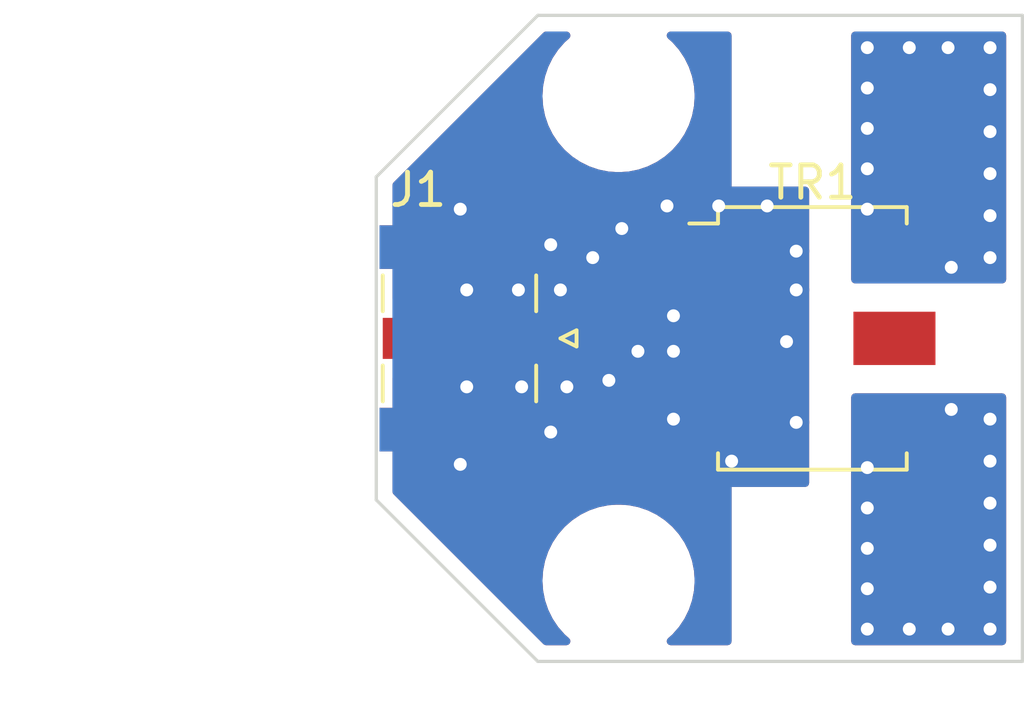
<source format=kicad_pcb>
(kicad_pcb (version 20221018) (generator pcbnew)
  (layers (0 "F.Cu" signal) (31 "B.Cu" signal) (34 "B.Paste" user) (35 "F.Paste" user) (36 "B.SilkS" user "B.Silkscreen") (37 "F.SilkS" user "F.Silkscreen") (38 "B.Mask" user) (39 "F.Mask" user) (44 "Edge.Cuts" user))
  (net 0 "")
  (net 1 "/RF_IN")
  (net 2 "GND")
  (net 3 "/ANT_1")
  (net 5 "/ANT_2")
  (footprint "MountingHole:MountingHole_2.7mm_M2.5" (layer "F.Cu") (at 122.5 87.5)
    (fp_text reference "H1" hide)
    (fp_text value "M2.5")
    (pad "" np_thru_hole circle (at 0 0) (size 2.7 2.7) (drill 2.7) (layers "*.Cu" "*.Mask"))
  )
  (footprint "RF_Mini-Circuits:Mini-Circuits_CD542_H2.84mm" (layer "F.Cu") (at 128.5 95)
    (fp_text reference "TR1" (at 0 -4.826) (layer "F.SilkS"))
    (fp_text value "ADT1.5-1")
    (fp_line (start -2.921 -4.064) (end -2.921 -3.556) (stroke (width 0.12)) (layer "F.SilkS"))
    (fp_line (start -2.921 -3.556) (end -3.81 -3.556) (stroke (width 0.12)) (layer "F.SilkS"))
    (fp_line (start -2.921 3.556) (end -2.921 4.064) (stroke (width 0.12)) (layer "F.SilkS"))
    (fp_line (start -2.921 4.064) (end 2.921 4.064) (stroke (width 0.12)) (layer "F.SilkS"))
    (fp_line (start 2.921 -4.064) (end -2.921 -4.064) (stroke (width 0.12)) (layer "F.SilkS"))
    (fp_line (start 2.921 -3.556) (end 2.921 -4.064) (stroke (width 0.12)) (layer "F.SilkS"))
    (fp_line (start 2.921 4.064) (end 2.921 3.556) (stroke (width 0.12)) (layer "F.SilkS"))
    (pad "1" smd rect (at -2.54 -2.54) (size 2.54 1.65) (layers "F.Cu" "F.Paste" "F.Mask") (net 1 "/RF_IN"))
    (pad "2" smd rect (at -2.54 0) (size 2.54 1.65) (layers "F.Cu" "F.Paste" "F.Mask") (net 2 "GND"))
    (pad "3" smd rect (at -2.54 2.54) (size 2.54 1.65) (layers "F.Cu" "F.Paste" "F.Mask") (net 2 "GND"))
    (pad "4" smd rect (at 2.54 2.54) (size 2.54 1.65) (layers "F.Cu" "F.Paste" "F.Mask") (net 3 "/ANT_1"))
    (pad "5" smd rect (at 2.54 0) (size 2.54 1.65) (layers "F.Cu" "F.Paste" "F.Mask"))
    (pad "6" smd rect (at 2.54 -2.54) (size 2.54 1.65) (layers "F.Cu" "F.Paste" "F.Mask") (net 5 "/ANT_2"))
  )
  (footprint "MountingHole:MountingHole_2.7mm_M2.5" (layer "F.Cu") (at 122.5 102.5)
    (fp_text reference "H2" hide)
    (fp_text value "M2.5")
    (pad "" np_thru_hole circle (at 0 0) (size 2.7 2.7) (drill 2.7) (layers "*.Cu" "*.Mask"))
  )
  (footprint "Repowered_Connectors:SMA_Amphenol_132384_EdgeMount" (layer "F.Cu") (at 117.2 95 -90)
    (fp_text reference "J1" (at -4.6 0.9 -180) (layer "F.SilkS"))
    (fp_text value "Conn_Coaxial")
    (fp_line (start -1.95 -2.75) (end -0.84 -2.75) (stroke (width 0.12)) (layer "F.SilkS"))
    (fp_line (start -1.95 2) (end -0.84 2) (stroke (width 0.12)) (layer "F.SilkS"))
    (fp_line (start -0.25 -4) (end 0 -3.5) (stroke (width 0.12)) (layer "F.SilkS"))
    (fp_line (start 0 -3.5) (end 0.25 -4) (stroke (width 0.12)) (layer "F.SilkS"))
    (fp_line (start 0.25 -4) (end -0.25 -4) (stroke (width 0.12)) (layer "F.SilkS"))
    (fp_line (start 0.84 -2.75) (end 1.95 -2.75) (stroke (width 0.12)) (layer "F.SilkS"))
    (fp_line (start 0.84 2) (end 1.95 2) (stroke (width 0.12)) (layer "F.SilkS"))
    (pad "1" smd rect (at 0 -0.6 270) (size 1.27 5.2) (layers "F.Cu" "F.Paste" "F.Mask") (net 1 "/RF_IN"))
    (pad "2" smd rect (at -2.825 -0.35 270) (size 1.35 4.9) (layers "F.Cu" "F.Paste" "F.Mask") (net 2 "GND"))
    (pad "2" smd rect (at -2.825 -0.35 270) (size 1.35 4.9) (layers "B.Cu" "B.Paste" "B.Mask") (net 2 "GND"))
    (pad "2" smd rect (at 2.825 -0.35 270) (size 1.35 4.9) (layers "F.Cu" "F.Paste" "F.Mask") (net 2 "GND"))
    (pad "2" smd rect (at 2.825 -0.35 270) (size 1.35 4.9) (layers "B.Cu" "B.Paste" "B.Mask") (net 2 "GND"))
  )
  (gr_line (start 120 105) (end 135 105) (stroke (width 0.1)) (layer "Edge.Cuts"))
  (gr_line (start 115 90) (end 115 100) (stroke (width 0.1)) (layer "Edge.Cuts"))
  (gr_line (start 135 85) (end 120 85) (stroke (width 0.1)) (layer "Edge.Cuts"))
  (gr_line (start 135 105) (end 135 85) (stroke (width 0.1)) (layer "Edge.Cuts"))
  (gr_line (start 120 105) (end 115 100) (stroke (width 0.1)) (layer "Edge.Cuts"))
  (gr_line (start 115 90) (end 120 85) (stroke (width 0.1)) (layer "Edge.Cuts"))
  (via (at 120.4 92.1) (size 0.8) (drill 0.4) (layers "F.Cu" "B.Cu") (net 2))
  (via (at 119.4 93.5) (size 0.8) (drill 0.4) (layers "F.Cu" "B.Cu") (net 2))
  (via (at 117.6 91) (size 0.8) (drill 0.4) (layers "F.Cu" "B.Cu") (net 2))
  (via (at 128 93.5) (size 0.8) (drill 0.4) (layers "F.Cu" "B.Cu") (net 2))
  (via (at 128 97.6) (size 0.8) (drill 0.4) (layers "F.Cu" "B.Cu") (net 2))
  (via (at 124.2 95.4) (size 0.8) (drill 0.4) (layers "F.Cu" "B.Cu") (net 2))
  (via (at 119.5 96.5) (size 0.8) (drill 0.4) (layers "F.Cu" "B.Cu") (net 2))
  (via (at 128 92.3) (size 0.8) (drill 0.4) (layers "F.Cu" "B.Cu") (net 2))
  (via (at 125.6 90.9) (size 0.8) (drill 0.4) (layers "F.Cu" "B.Cu") (net 2))
  (via (at 122.6 91.6) (size 0.8) (drill 0.4) (layers "F.Cu" "B.Cu") (net 2))
  (via (at 120.4 97.9) (size 0.8) (drill 0.4) (layers "F.Cu" "B.Cu") (net 2))
  (via (at 121.7 92.5) (size 0.8) (drill 0.4) (layers "F.Cu" "B.Cu") (net 2))
  (via (at 120.7 93.5) (size 0.8) (drill 0.4) (layers "F.Cu" "B.Cu") (net 2))
  (via (at 117.8 96.5) (size 0.8) (drill 0.4) (layers "F.Cu" "B.Cu") (net 2))
  (via (at 124 90.9) (size 0.8) (drill 0.4) (layers "F.Cu" "B.Cu") (net 2))
  (via (at 124.2 94.3) (size 0.8) (drill 0.4) (layers "F.Cu" "B.Cu") (net 2))
  (via (at 117.8 93.5) (size 0.8) (drill 0.4) (layers "F.Cu" "B.Cu") (net 2))
  (via (at 127.7 95.1) (size 0.8) (drill 0.4) (layers "F.Cu" "B.Cu") (net 2))
  (via (at 120.9 96.5) (size 0.8) (drill 0.4) (layers "F.Cu" "B.Cu") (net 2))
  (via (at 126 98.8) (size 0.8) (drill 0.4) (layers "F.Cu" "B.Cu") (net 2))
  (via (at 123.1 95.4) (size 0.8) (drill 0.4) (layers "F.Cu" "B.Cu") (net 2))
  (via (at 127.1 90.9) (size 0.8) (drill 0.4) (layers "F.Cu" "B.Cu") (net 2))
  (via (at 122.2 96.3) (size 0.8) (drill 0.4) (layers "F.Cu" "B.Cu") (net 2))
  (via (at 124.2 97.5) (size 0.8) (drill 0.4) (layers "F.Cu" "B.Cu") (net 2))
  (via (at 117.6 98.9) (size 0.8) (drill 0.4) (layers "F.Cu" "B.Cu") (net 2))
  (via (at 132.7 104) (size 0.8) (drill 0.4) (layers "F.Cu" "B.Cu") (net 3))
  (via (at 130.2 102.75) (size 0.8) (drill 0.4) (layers "F.Cu" "B.Cu") (net 3))
  (via (at 134 98.8) (size 0.8) (drill 0.4) (layers "F.Cu" "B.Cu") (net 3))
  (via (at 131.5 104) (size 0.8) (drill 0.4) (layers "F.Cu" "B.Cu") (net 3))
  (via (at 130.2 101.5) (size 0.8) (drill 0.4) (layers "F.Cu" "B.Cu") (net 3))
  (via (at 130.2 99) (size 0.8) (drill 0.4) (layers "F.Cu" "B.Cu") (net 3))
  (via (at 130.2 104) (size 0.8) (drill 0.4) (layers "F.Cu" "B.Cu") (net 3))
  (via (at 132.8 97.2) (size 0.8) (drill 0.4) (layers "F.Cu" "B.Cu") (net 3))
  (via (at 134 104) (size 0.8) (drill 0.4) (layers "F.Cu" "B.Cu") (net 3))
  (via (at 134 100.1) (size 0.8) (drill 0.4) (layers "F.Cu" "B.Cu") (net 3))
  (via (at 130.2 100.25) (size 0.8) (drill 0.4) (layers "F.Cu" "B.Cu") (net 3))
  (via (at 134 97.5) (size 0.8) (drill 0.4) (layers "F.Cu" "B.Cu") (net 3))
  (via (at 134 102.7) (size 0.8) (drill 0.4) (layers "F.Cu" "B.Cu") (net 3))
  (via (at 134 101.4) (size 0.8) (drill 0.4) (layers "F.Cu" "B.Cu") (net 3))
  (via (at 132.7 86) (size 0.8) (drill 0.4) (layers "F.Cu" "B.Cu") (net 5))
  (via (at 130.2 89.75) (size 0.8) (drill 0.4) (layers "F.Cu" "B.Cu") (net 5))
  (via (at 134 88.6) (size 0.8) (drill 0.4) (layers "F.Cu" "B.Cu") (net 5))
  (via (at 130.2 91) (size 0.8) (drill 0.4) (layers "F.Cu" "B.Cu") (net 5))
  (via (at 134 91.2) (size 0.8) (drill 0.4) (layers "F.Cu" "B.Cu") (net 5))
  (via (at 130.2 88.5) (size 0.8) (drill 0.4) (layers "F.Cu" "B.Cu") (net 5))
  (via (at 134 89.9) (size 0.8) (drill 0.4) (layers "F.Cu" "B.Cu") (net 5))
  (via (at 131.5 86) (size 0.8) (drill 0.4) (layers "F.Cu" "B.Cu") (net 5))
  (via (at 134 87.3) (size 0.8) (drill 0.4) (layers "F.Cu" "B.Cu") (net 5))
  (via (at 130.2 86) (size 0.8) (drill 0.4) (layers "F.Cu" "B.Cu") (net 5))
  (via (at 134 86) (size 0.8) (drill 0.4) (layers "F.Cu" "B.Cu") (net 5))
  (via (at 134 92.5) (size 0.8) (drill 0.4) (layers "F.Cu" "B.Cu") (net 5))
  (via (at 132.8 92.8) (size 0.8) (drill 0.4) (layers "F.Cu" "B.Cu") (net 5))
  (via (at 130.2 87.25) (size 0.8) (drill 0.4) (layers "F.Cu" "B.Cu") (net 5))
  (zone (net 1) (net_name "/RF_IN") (layer "F.Cu") (priority 2) (connect_pads yes (clearance 0.3)) (min_thickness 0.25) (fill yes (thermal_gap 0.5) (thermal_bridge_width 0.5) (smoothing fillet) (radius 1))
    (polygon (pts (xy 120.9 94.3) (xy 120.9 95.8) (xy 121.7 95.8) (xy 124.2 93.3) (xy 127.2 93.3) (xy 127.2 91.6) (xy 123.6 91.6)))
  )
  (zone (net 1) (net_name "/RF_IN") (layer "F.Cu") (priority 2) (connect_pads yes (clearance 0.25)) (min_thickness 0.25) (fill yes (thermal_gap 0.5) (thermal_bridge_width 0.5))
    (polygon (pts (xy 115.5 94.2) (xy 121 94.2) (xy 121 95.8) (xy 115.5 95.8)))
  )
  (zone (net 5) (net_name "/ANT_2") (layers "F&B.Cu") (priority 2) (connect_pads yes (clearance 0.3)) (min_thickness 0.25) (fill yes (thermal_gap 0.5) (thermal_bridge_width 0.5))
    (polygon (pts (xy 129.7 85.5) (xy 134.5 85.5) (xy 134.5 93.3) (xy 129.7 93.3)))
  )
  (zone (net 3) (net_name "/ANT_1") (layers "F&B.Cu") (priority 2) (connect_pads yes (clearance 0.3)) (min_thickness 0.25) (fill yes (thermal_gap 0.5) (thermal_bridge_width 0.5))
    (polygon (pts (xy 129.7 96.7) (xy 134.5 96.7) (xy 134.5 104.5) (xy 129.7 104.5)))
  )
  (zone (net 2) (net_name "GND") (layers "F&B.Cu") (connect_pads thru_hole_only (clearance 0.3)) (min_thickness 0.25) (fill yes (thermal_gap 0.5) (thermal_bridge_width 0.5))
    (polygon (pts (xy 115.5 85.5) (xy 134.5 85.5) (xy 134.5 104.5) (xy 115.5 104.5)))
  )
  (zone (net 0) (net_name "") (layers "F&B.Cu") (connect_pads yes (clearance 0)) (min_thickness 0.25)
    (keepout (tracks allowed) (vias allowed) (pads allowed) (copperpour not_allowed) (footprints allowed))
    (fill (thermal_gap 0.5) (thermal_bridge_width 0.5) (smoothing fillet) (radius 1))
    (polygon (pts (xy 126 85.5) (xy 126 90.3) (xy 128.4 90.3) (xy 128.4 99.6) (xy 126 99.6) (xy 126 104.5) (xy 129.7 104.5) (xy 129.7 96.7) (xy 134.5 96.7) (xy 134.5 93.3) (xy 129.7 93.3) (xy 129.7 85.5)))
  )
)
</source>
